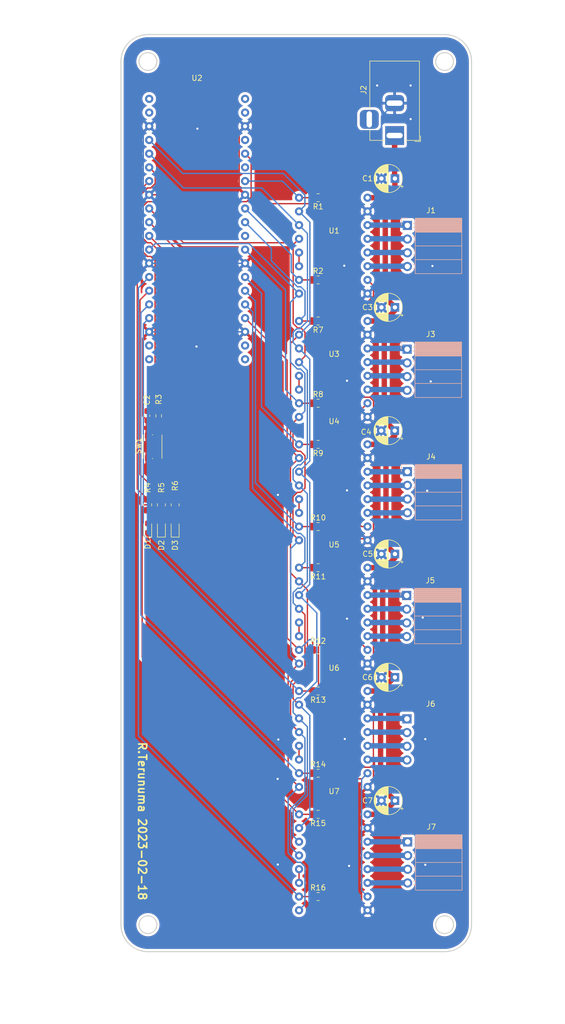
<source format=kicad_pcb>
(kicad_pcb (version 20211014) (generator pcbnew)
  (layers (0 "F.Cu" signal) (31 "B.Cu" signal) (34 "B.Paste" user) (35 "F.Paste" user) (36 "B.SilkS" user "B.Silkscreen") (37 "F.SilkS" user "F.Silkscreen") (38 "B.Mask" user) (39 "F.Mask" user) (44 "Edge.Cuts" user))
  (net 0 "")
  (net 1 "+BATT")
  (net 2 "GND")
  (net 3 "Net-(C2-Pad1)")
  (net 4 "Net-(D1-Pad2)")
  (net 5 "Net-(D2-Pad2)")
  (net 6 "Net-(D3-Pad2)")
  (net 7 "Net-(J1-Pad1)")
  (net 8 "Net-(J1-Pad2)")
  (net 9 "Net-(J1-Pad3)")
  (net 10 "Net-(J1-Pad4)")
  (net 11 "Net-(J3-Pad1)")
  (net 12 "Net-(J3-Pad2)")
  (net 13 "Net-(J3-Pad3)")
  (net 14 "Net-(J3-Pad4)")
  (net 15 "Net-(J4-Pad1)")
  (net 16 "Net-(J4-Pad2)")
  (net 17 "Net-(J4-Pad3)")
  (net 18 "Net-(J4-Pad4)")
  (net 19 "Net-(J5-Pad1)")
  (net 20 "Net-(J5-Pad2)")
  (net 21 "Net-(J5-Pad3)")
  (net 22 "Net-(J5-Pad4)")
  (net 23 "Net-(J6-Pad1)")
  (net 24 "Net-(J6-Pad2)")
  (net 25 "Net-(J6-Pad3)")
  (net 26 "Net-(J6-Pad4)")
  (net 27 "Net-(J7-Pad1)")
  (net 28 "Net-(J7-Pad2)")
  (net 29 "Net-(J7-Pad3)")
  (net 30 "Net-(J7-Pad4)")
  (net 31 "+3.3V")
  (net 32 "/MicroController/ENABLE1")
  (net 33 "/MicroController/PWM1")
  (net 34 "Net-(R4-Pad1)")
  (net 35 "Net-(R5-Pad1)")
  (net 36 "Net-(R6-Pad1)")
  (net 37 "/MicroController/ENABLE2")
  (net 38 "/MicroController/PWM2")
  (net 39 "/MicroController/ENABLE3")
  (net 40 "/MicroController/PMW3")
  (net 41 "/MicroController/ENABLE4")
  (net 42 "/MicroController/PWM4")
  (net 43 "/MicroController/ENABLE5")
  (net 44 "/MicroController/PWM5")
  (net 45 "/MicroController/ENABLE6")
  (net 46 "/MicroController/PWM6")
  (net 47 "/MicroController/MS1")
  (net 48 "/MicroController/MS2")
  (net 49 "/MicroController/MS3")
  (net 50 "Net-(U1-Pad5)")
  (net 51 "/MicroController/DIR")
  (net 63 "Net-(U3-Pad5)")
  (net 64 "Net-(U4-Pad5)")
  (net 65 "Net-(U5-Pad5)")
  (net 66 "Net-(U6-Pad5)")
  (net 67 "Net-(U7-Pad5)")
  (footprint "stepper_music_lib:a4988" (layer "F.Cu") (at 116.84 137.16)
    (fp_text reference "U6")
    (fp_text value "a4988")
  )
  (footprint "Resistor_SMD:R_0805_2012Metric_Pad1.20x1.40mm_HandSolder" (layer "F.Cu") (at 120.38 114.3 180)
    (fp_text reference "R11")
    (fp_text value "10k")
  )
  (footprint "Capacitor_THT:CP_Radial_D5.0mm_P2.50mm" (layer "F.Cu") (at 134.62 157.48 180)
    (fp_text reference "C7")
    (fp_text value "10u")
  )
  (footprint "stepper_music_lib:a4988" (layer "F.Cu") (at 116.84 45.72)
    (fp_text reference "U1")
    (fp_text value "a4988")
  )
  (footprint "Resistor_SMD:R_0603_1608Metric_Pad0.98x0.95mm_HandSolder" (layer "F.Cu") (at 90.818 86.16 90)
    (fp_text reference "R3")
    (fp_text value "10k")
  )
  (footprint "Resistor_SMD:R_0805_2012Metric_Pad1.20x1.40mm_HandSolder" (layer "F.Cu") (at 120.38 152.4)
    (fp_text reference "R14")
    (fp_text value "10k")
  )
  (footprint "Connector_BarrelJack:BarrelJack_Horizontal" (layer "F.Cu") (at 134.5615 34.194 -90)
    (fp_text reference "J2")
    (fp_text value "Barrel_Jack")
  )
  (footprint "stepper_music_lib:a4988" (layer "F.Cu") (at 116.84 160.02)
    (fp_text reference "U7")
    (fp_text value "a4988")
  )
  (footprint "stepper_music_lib:a4988" (layer "F.Cu") (at 116.84 114.3)
    (fp_text reference "U5")
    (fp_text value "a4988")
  )
  (footprint "LED_SMD:LED_0603_1608Metric_Pad1.05x0.95mm_HandSolder" (layer "F.Cu") (at 88.786 106.974 90)
    (fp_text reference "D1")
    (fp_text value "LED")
  )
  (footprint "Resistor_SMD:R_0805_2012Metric_Pad1.20x1.40mm_HandSolder" (layer "F.Cu") (at 93.866 102.654 -90)
    (fp_text reference "R6")
    (fp_text value "1k")
  )
  (footprint "Resistor_SMD:R_0805_2012Metric_Pad1.20x1.40mm_HandSolder" (layer "F.Cu") (at 120.38 106.68)
    (fp_text reference "R10")
    (fp_text value "10k")
  )
  (footprint "Resistor_SMD:R_0805_2012Metric_Pad1.20x1.40mm_HandSolder" (layer "F.Cu") (at 120.38 175.26)
    (fp_text reference "R16")
    (fp_text value "10k")
  )
  (footprint "Button_Switch_SMD:SW_Push_1P1T_NO_Vertical_Wuerth_434133025816" (layer "F.Cu") (at 89.675 91.875 90)
    (fp_text reference "SW1")
    (fp_text value "SKRPACE")
  )
  (footprint "stepper_music_lib:a4988" (layer "F.Cu") (at 116.84 91.44)
    (fp_text reference "U4")
    (fp_text value "a4988")
  )
  (footprint "Capacitor_THT:CP_Radial_D5.0mm_P2.50mm" (layer "F.Cu") (at 134.62 111.76 180)
    (fp_text reference "C5")
    (fp_text value "10u")
  )
  (footprint "Capacitor_THT:CP_Radial_D5.0mm_P2.50mm" (layer "F.Cu") (at 134.62 66.04 180)
    (fp_text reference "C3")
    (fp_text value "10u")
  )
  (footprint "Resistor_SMD:R_0805_2012Metric_Pad1.20x1.40mm_HandSolder" (layer "F.Cu") (at 120.38 160.02 180)
    (fp_text reference "R15")
    (fp_text value "10k")
  )
  (footprint "LED_SMD:LED_0603_1608Metric_Pad1.05x0.95mm_HandSolder" (layer "F.Cu") (at 91.326 106.974 90)
    (fp_text reference "D2")
    (fp_text value "LED")
  )
  (footprint "Resistor_SMD:R_0805_2012Metric_Pad1.20x1.40mm_HandSolder" (layer "F.Cu") (at 120.38 129.54)
    (fp_text reference "R12")
    (fp_text value "10k")
  )
  (footprint "Resistor_SMD:R_0805_2012Metric_Pad1.20x1.40mm_HandSolder" (layer "F.Cu") (at 88.786 102.654 -90)
    (fp_text reference "R4")
    (fp_text value "1k")
  )
  (footprint "Resistor_SMD:R_0805_2012Metric_Pad1.20x1.40mm_HandSolder" (layer "F.Cu") (at 120.38 91.44 180)
    (fp_text reference "R9")
    (fp_text value "10k")
  )
  (footprint "Capacitor_SMD:C_0603_1608Metric_Pad1.08x0.95mm_HandSolder" (layer "F.Cu") (at 88.659 86.1335 -90)
    (fp_text reference "C2")
    (fp_text value "0.1u")
  )
  (footprint "Resistor_SMD:R_0805_2012Metric_Pad1.20x1.40mm_HandSolder" (layer "F.Cu") (at 120.38 83.82)
    (fp_text reference "R8")
    (fp_text value "10k")
  )
  (footprint "Capacitor_THT:CP_Radial_D5.0mm_P2.50mm" (layer "F.Cu") (at 134.62 134.62 180)
    (fp_text reference "C6")
    (fp_text value "10u")
  )
  (footprint "Resistor_SMD:R_0805_2012Metric_Pad1.20x1.40mm_HandSolder" (layer "F.Cu") (at 120.38 60.96)
    (fp_text reference "R2")
    (fp_text value "10k")
  )
  (footprint "Resistor_SMD:R_0805_2012Metric_Pad1.20x1.40mm_HandSolder" (layer "F.Cu") (at 120.38 137.16 180)
    (fp_text reference "R13")
    (fp_text value "10k")
  )
  (footprint "Resistor_SMD:R_0805_2012Metric_Pad1.20x1.40mm_HandSolder" (layer "F.Cu") (at 120.38 68.58 180)
    (fp_text reference "R7")
    (fp_text value "10k")
  )
  (footprint "stepper_music_lib:a4988" (layer "F.Cu") (at 116.84 68.58)
    (fp_text reference "U3")
    (fp_text value "a4988")
  )
  (footprint "Capacitor_THT:CP_Radial_D5.0mm_P2.50mm" (layer "F.Cu") (at 134.58 88.9 180)
    (fp_text reference "C4")
    (fp_text value "10u")
  )
  (footprint "stepper_music_lib:raspberrypi_pico" (layer "F.Cu") (at 89.0604 27.401)
    (fp_text reference "U2")
    (fp_text value "RaspberryPi Pico")
  )
  (footprint "Resistor_SMD:R_0805_2012Metric_Pad1.20x1.40mm_HandSolder" (layer "F.Cu") (at 91.326 102.654 -90)
    (fp_text reference "R5")
    (fp_text value "1k")
  )
  (footprint "Capacitor_THT:CP_Radial_D5.0mm_P2.50mm" (layer "F.Cu") (at 134.62 42.164 180)
    (fp_text reference "C1")
    (fp_text value "10u")
  )
  (footprint "LED_SMD:LED_0603_1608Metric_Pad1.05x0.95mm_HandSolder" (layer "F.Cu") (at 93.866 106.974 90)
    (fp_text reference "D3")
    (fp_text value "LED")
  )
  (footprint "Resistor_SMD:R_0805_2012Metric_Pad1.20x1.40mm_HandSolder" (layer "F.Cu") (at 120.38 45.72 180)
    (fp_text reference "R1")
    (fp_text value "10k")
  )
  (footprint "Connector_PinSocket_2.54mm:PinSocket_1x04_P2.54mm_Horizontal" (layer "B.Cu") (at 136.875 73.8 180)
    (fp_text reference "J3")
    (fp_text value "Conn_01x04_Female")
  )
  (footprint "Connector_PinSocket_2.54mm:PinSocket_1x04_P2.54mm_Horizontal" (layer "B.Cu") (at 136.8 119.45 180)
    (fp_text reference "J5")
    (fp_text value "Conn_01x04_Female")
  )
  (footprint "Connector_PinSocket_2.54mm:PinSocket_1x04_P2.54mm_Horizontal" (layer "B.Cu") (at 136.925 50.85 180)
    (fp_text reference "J1")
    (fp_text value "Conn_01x04_Female")
  )
  (footprint "Connector_PinSocket_2.54mm:PinSocket_1x04_P2.54mm_Horizontal" (layer "B.Cu") (at 136.925 96.5 180)
    (fp_text reference "J4")
    (fp_text value "Conn_01x04_Female")
  )
  (footprint "Connector_PinSocket_2.54mm:PinSocket_1x04_P2.54mm_Horizontal" (layer "B.Cu") (at 136.85 142.325 180)
    (fp_text reference "J6")
    (fp_text value "Conn_01x04_Female")
  )
  (footprint "Connector_PinSocket_2.54mm:PinSocket_1x04_P2.54mm_Horizontal" (layer "B.Cu") (at 136.975 165.125 180)
    (fp_text reference "J7")
    (fp_text value "Conn_01x04_Female")
  )
  (gr_arc (start 148.825 180.475) (mid 147.360534 184.010534) (end 143.825 185.475) (layer "Edge.Cuts") (width 0.2))
  (gr_circle (center 88.825 20.475) (end 90.475 20.475) (layer "Edge.Cuts") (width 0.2) (fill none))
  (gr_circle (center 143.825 180.475) (end 145.475 180.475) (layer "Edge.Cuts") (width 0.2) (fill none))
  (gr_line (start 83.825 20.475) (end 83.825 180.475) (layer "Edge.Cuts") (width 0.2))
  (gr_circle (center 88.825 180.475) (end 90.475 180.475) (layer "Edge.Cuts") (width 0.2) (fill none))
  (gr_arc (start 143.825 15.475) (mid 147.360534 16.939466) (end 148.825 20.475) (layer "Edge.Cuts") (width 0.2))
  (gr_line (start 143.825 15.475) (end 88.825 15.475) (layer "Edge.Cuts") (width 0.2))
  (gr_line (start 88.825 185.475) (end 143.825 185.475) (layer "Edge.Cuts") (width 0.2))
  (gr_arc (start 88.825 185.475) (mid 85.289466 184.010534) (end 83.825 180.475) (layer "Edge.Cuts") (width 0.2))
  (gr_line (start 148.825 180.475) (end 148.825 20.475) (layer "Edge.Cuts") (width 0.2))
  (gr_arc (start 83.825 20.475) (mid 85.289466 16.939466) (end 88.825 15.475) (layer "Edge.Cuts") (width 0.2))
  (gr_circle (center 143.825 20.475) (end 145.475 20.475) (layer "Edge.Cuts") (width 0.2) (fill none))
  (gr_text "R.Terunuma 2023-02-18" (at 87.775 161.275 270) (layer "F.SilkS") (effects (font (size 1.5 1.5) (thickness 0.3))))
  (segment (start 132.35 114.3) (end 132.35 132.725) (width 1) (layer "F.Cu") (net 1))
  (segment (start 134.505 134.62) (end 131.965 137.16) (width 1) (layer "F.Cu") (net 1))
  (segment (start 134.58 89.82) (end 132.96 91.44) (width 1) (layer "F.Cu") (net 1))
  (segment (start 132.83 45.72) (end 129.54 45.72) (width 1) (layer "F.Cu") (net 1))
  (segment (start 134.62 157.48) (end 134.62 157.58) (width 1) (layer "F.Cu") (net 1))
  (segment (start 134.62 112.48) (end 132.8 114.3) (width 1) (layer "F.Cu") (net 1))
  (segment (start 132.96 110.1) (end 134.62 111.76) (width 1) (layer "F.Cu") (net 1))
  (segment (start 134.562 42.1055) (end 134.62 42.164) (width 1) (layer "F.Cu") (net 1))
  (segment (start 132.83 64.25) (end 134.62 66.04) (width 1) (layer "F.Cu") (net 1))
  (segment (start 134.62 66.605) (end 132.645 68.58) (width 1) (layer "F.Cu") (net 1))
  (segment (start 134.62 43.93) (end 132.83 45.72) (width 1) (layer "F.Cu") (net 1))
  (segment (start 132.8 114.3) (end 132.35 114.3) (width 1) (layer "F.Cu") (net 1))
  (segment (start 131.965 137.16) (end 131.965 154.825) (width 1) (layer "F.Cu") (net 1))
  (segment (start 132.96 91.44) (end 129.54 91.44) (width 1) (layer "F.Cu") (net 1))
  (segment (start 132.645 86.965) (end 134.58 88.9) (width 1) (layer "F.Cu") (net 1))
  (segment (start 132.645 68.58) (end 132.645 86.965) (width 1) (layer "F.Cu") (net 1))
  (segment (start 134.62 66.04) (end 134.62 66.605) (width 1) (layer "F.Cu") (net 1))
  (segment (start 131.965 154.825) (end 134.62 157.48) (width 1) (layer "F.Cu") (net 1))
  (segment (start 132.35 132.725) (end 134.245 134.62) (width 1) (layer "F.Cu") (net 1))
  (segment (start 132.645 68.58) (end 129.54 68.58) (width 1) (layer "F.Cu") (net 1))
  (segment (start 132.18 160.02) (end 129.54 160.02) (width 1) (layer "F.Cu") (net 1))
  (segment (start 134.5615 37.7284) (end 134.5615 34.194) (width 1) (layer "F.Cu") (net 1))
  (segment (start 134.62 42.164) (end 134.62 43.93) (width 1) (layer "F.Cu") (net 1))
  (segment (start 131.965 137.16) (end 129.54 137.16) (width 1) (layer "F.Cu") (net 1))
  (segment (start 134.58 88.9) (end 134.58 89.82) (width 1) (layer "F.Cu") (net 1))
  (segment (start 134.245 134.62) (end 134.505 134.62) (width 1) (layer "F.Cu") (net 1))
  (segment (start 134.505 134.62) (end 134.62 134.62) (width 1) (layer "F.Cu") (net 1))
  (segment (start 134.62 157.58) (end 132.18 160.02) (width 1) (layer "F.Cu") (net 1))
  (segment (start 134.562 34.194) (end 134.562 37.7289) (width 1) (layer "F.Cu") (net 1))
  (segment (start 132.83 45.72) (end 132.83 64.25) (width 1) (layer "F.Cu") (net 1))
  (segment (start 134.62 111.76) (end 134.62 112.48) (width 1) (layer "F.Cu") (net 1))
  (segment (start 132.35 114.3) (end 129.54 114.3) (width 1) (layer "F.Cu") (net 1))
  (segment (start 132.96 91.44) (end 132.96 110.1) (width 1) (layer "F.Cu") (net 1))
  (segment (start 134.62 134.62) (end 134.505 134.62) (width 1) (layer "F.Cu") (net 1))
  (segment (start 134.562 37.7289) (end 134.5615 37.7284) (width 1) (layer "F.Cu") (net 1))
  (segment (start 134.562 37.7289) (end 134.562 42.1055) (width 1) (layer "F.Cu") (net 1))
  (segment (start 129.54 108.9367) (end 123.6367 108.9367) (width 0.25) (layer "F.Cu") (net 2))
  (segment (start 127 50.8) (end 129.54 48.26) (width 0.25) (layer "F.Cu") (net 2))
  (segment (start 93.866 107.849) (end 91.326 107.849) (width 0.25) (layer "F.Cu") (net 2))
  (segment (start 87.8516 86.1886) (end 88.659 86.996) (width 0.25) (layer "F.Cu") (net 2))
  (segment (start 105.7509 33.5705) (end 105.7509 44.0915) (width 0.25) (layer "F.Cu") (net 2))
  (segment (start 129.54 154.94) (end 130.6294 153.8506) (width 0.25) (layer "F.Cu") (net 2))
  (segment (start 130.6294 140.7894) (end 129.54 139.7) (width 0.25) (layer "F.Cu") (net 2))
  (segment (start 129.54 132.08) (end 127 129.54) (width 0.25) (layer "F.Cu") (net 2))
  (segment (start 128.4526 175.26) (end 128.4526 176.7126) (width 0.25) (layer "F.Cu") (net 2))
  (segment (start 130.6294 95.0694) (end 130.6294 107.8473) (width 0.25) (layer "F.Cu") (net 2))
  (segment (start 130.6274 72.2074) (end 130.6274 82.0488) (width 0.25) (layer "F.Cu") (net 2))
  (segment (start 88.6 93.95) (end 88.6 94.8003) (width 0.25) (layer "F.Cu") (net 2))
  (segment (start 89.0604 70.581) (end 87.8516 71.7898) (width 0.25) (layer "F.Cu") (net 2))
  (segment (start 127 60.96) (end 129.54 63.5) (width 0.25) (layer "F.Cu") (net 2))
  (segment (start 130.6408 85.2592) (end 130.6408 83.3734) (width 0.25) (layer "F.Cu") (net 2))
  (segment (start 104.6614 45.181) (end 105.7509 44.0915) (width 0.25) (layer "F.Cu") (net 2))
  (segment (start 130.6294 130.9906) (end 130.6294 117.9294) (width 0.25) (layer "F.Cu") (net 2))
  (segment (start 130.6294 151.2887) (end 122.4913 151.2887) (width 0.25) (layer "F.Cu") (net 2))
  (segment (start 130.6294 151.2887) (end 130.6294 140.7894) (width 0.25) (layer "F.Cu") (net 2))
  (segment (start 127 129.54) (end 121.38 129.54) (width 0.25) (layer "F.Cu") (net 2))
  (segment (start 90.2682 107.849) (end 90.2682 96.4685) (width 0.25) (layer "F.Cu") (net 2))
  (segment (start 129.54 93.98) (end 130.6294 95.0694) (width 0.25) (layer "F.Cu") (net 2))
  (segment (start 129.54 132.08) (end 130.6294 130.9906) (width 0.25) (layer "F.Cu") (net 2))
  (segment (start 122.4913 151.2887) (end 121.38 152.4) (width 0.25) (layer "F.Cu") (net 2))
  (segment (start 129.54 162.56) (end 128.4526 163.6474) (width 0.25) (layer "F.Cu") (net 2))
  (segment (start 129.54 109.22) (end 129.54 108.9367) (width 0.25) (layer "F.Cu") (net 2))
  (segment (start 130.6408 83.3734) (end 129.9718 82.7044) (width 0.25) (layer "F.Cu") (net 2))
  (segment (start 91.326 107.849) (end 90.2682 107.849) (width 0.25) (layer "F.Cu") (net 2))
  (segment (start 121.38 175.26) (end 128.4526 175.26) (width 0.25) (layer "F.Cu") (net 2))
  (segment (start 90.2682 96.4685) (end 88.6 94.8003) (width 0.25) (layer "F.Cu") (net 2))
  (segment (start 88.6 89.8) (end 88.6 93.95) (width 0.25) (layer "F.Cu") (net 2))
  (segment (start 130.6294 117.9294) (end 129.54 116.84) (width 0.25) (layer "F.Cu") (net 2))
  (segment (start 129.9718 82.7044) (end 122.4956 82.7044) (width 0.25) (layer "F.Cu") (net 2))
  (segment (start 129.54 86.36) (end 130.6408 85.2592) (width 0.25) (layer "F.Cu") (net 2))
  (segment (start 88.6 88.9497) (end 88.659 88.8907) (width 0.25) (layer "F.Cu") (net 2))
  (segment (start 128.4526 163.6474) (end 128.4526 175.26) (width 0.25) (layer "F.Cu") (net 2))
  (segment (start 122.4956 82.7044) (end 121.38 83.82) (width 0.25) (layer "F.Cu") (net 2))
  (segment (start 129.54 71.12) (end 130.6274 72.2074) (width 0.25) (layer "F.Cu") (net 2))
  (segment (start 88.659 88.8907) (end 88.659 86.996) (width 0.25) (layer "F.Cu") (net 2))
  (segment (start 87.8516 71.7898) (end 87.8516 86.1886) (width 0.25) (layer "F.Cu") (net 2))
  (segment (start 90.2682 107.849) (end 88.786 107.849) (width 0.25) (layer "F.Cu") (net 2))
  (segment (start 130.6294 153.8506) (end 130.6294 151.2887) (width 0.25) (layer "F.Cu") (net 2))
  (segment (start 121.38 60.96) (end 127 60.96) (width 0.25) (layer "F.Cu") (net 2))
  (segment (start 89.0604 45.181) (end 104.6614 45.181) (width 0.25) (layer "F.Cu") (net 2))
  (segment (start 127 60.96) (end 127 50.8) (width 0.25) (layer "F.Cu") (net 2))
  (segment (start 128.4526 176.7126) (end 129.54 177.8) (width 0.25) (layer "F.Cu") (net 2))
  (segment (start 88.6 89.8) (end 88.6 88.9497) (width 0.25) (layer "F.Cu") (net 2))
  (segment (start 130.6294 107.8473) (end 129.54 108.9367) (width 0.25) (layer "F.Cu") (net 2))
  (segment (start 105.7509 44.0915) (end 106.8404 45.181) (width 0.25) (layer "F.Cu") (net 2))
  (segment (start 123.6367 108.9367) (end 121.38 106.68) (width 0.25) (layer "F.Cu") (net 2))
  (segment (start 106.8404 32.481) (end 105.7509 33.5705) (width 0.25) (layer "F.Cu") (net 2))
  (segment (start 130.6274 82.0488) (end 129.9718 82.7044) (width 0.25) (layer "F.Cu") (net 2))
  (via (at 125.725 99.975) (size 0.8) (drill 0.4) (layers "F.Cu" "B.Cu") (net 2))
  (via (at 137.525 24.925) (size 0.8) (drill 0.4) (layers "F.Cu" "B.Cu") (net 2))
  (via (at 125.325 146.05) (size 0.8) (drill 0.4) (layers "F.Cu" "B.Cu") (net 2))
  (via (at 140.25 146.075) (size 0.8) (drill 0.4) (layers "F.Cu" "B.Cu") (net 2))
  (via (at 141.575 58.375) (size 0.8) (drill 0.4) (layers "F.Cu" "B.Cu") (net 2))
  (via (at 112.925 100.8) (size 0.8) (drill 0.4) (layers "F.Cu" "B.Cu") (net 2))
  (via (at 140.25 169.375) (size 0.8) (drill 0.4) (layers "F.Cu" "B.Cu") (net 2))
  (via (at 139.775 123.55) (size 0.8) (drill 0.4) (layers "F.Cu" "B.Cu") (net 2))
  (via (at 131.325 24.925) (size 0.8) (drill 0.4) (layers "F.Cu" "B.Cu") (net 2))
  (via (at 137.525 31.15) (size 0.8) (drill 0.4) (layers "F.Cu" "B.Cu") (net 2))
  (via (at 98 32.925) (size 0.8) (drill 0.4) (layers "F.Cu" "B.Cu") (net 2))
  (via (at 125.225 58.325) (size 0.8) (drill 0.4) (layers "F.Cu" "B.Cu") (net 2))
  (via (at 112.875 153.45) (size 0.8) (drill 0.4) (layers "F.Cu" "B.Cu") (net 2))
  (via (at 126.125 169.575) (size 0.8) (drill 0.4) (layers "F.Cu" "B.Cu") (net 2))
  (via (at 140.6 100.025) (size 0.8) (drill 0.4) (layers "F.Cu" "B.Cu") (net 2))
  (via (at 97.825 73.3) (size 0.8) (drill 0.4) (layers "F.Cu" "B.Cu") (net 2))
  (via (at 113 146.15) (size 0.8) (drill 0.4) (layers "F.Cu" "B.Cu") (net 2))
  (via (at 125.725 123.75) (size 0.8) (drill 0.4) (layers "F.Cu" "B.Cu") (net 2))
  (via (at 112.9 169.325) (size 0.8) (drill 0.4) (layers "F.Cu" "B.Cu") (net 2))
  (via (at 141.25 79.775) (size 0.8) (drill 0.4) (layers "F.Cu" "B.Cu") (net 2))
  (via (at 125.725 79.65) (size 0.8) (drill 0.4) (layers "F.Cu" "B.Cu") (net 2))
  (segment (start 132.08 157.48) (end 129.54 154.94) (width 0.25) (layer "B.Cu") (net 2))
  (segment (start 89.0604 32.481) (end 87.9679 33.5735) (width 0.25) (layer "B.Cu") (net 2))
  (segment (start 129.54 71.12) (end 132.08 68.58) (width 0.25) (layer "B.Cu") (net 2))
  (segment (start 132.12 33.321) (end 107.6804 33.321) (width 0.25) (layer "B.Cu") (net 2))
  (segment (start 132.12 45.68) (end 129.54 48.26) (width 0.25) (layer "B.Cu") (net 2))
  (segment (start 132.08 137.16) (end 129.54 139.7) (width 0.25) (layer "B.Cu") (net 2))
  (segment (start 132.12 66.04) (end 132.08 66.04) (width 0.25) (layer "B.Cu") (net 2))
  (segment (start 132.12 30.6355) (end 132.12 33.321) (width 0.25) (layer "B.Cu") (net 2))
  (segment (start 132.12 111.76) (end 132.08 111.76) (width 0.25) (layer "B.Cu") (net 2))
  (segment (start 132.08 91.44) (end 132.08 88.9) (width 0.25) (layer "B.Cu") (net 2))
  (segment (start 107.6804 33.321) (end 106.8404 32.481) (width 0.25) (layer "B.Cu") (net 2))
  (segment (start 132.12 134.62) (end 132.08 134.62) (width 0.25) (layer "B.Cu") (net 2))
  (segment (start 132.08 114.3) (end 129.54 116.84) (width 0.25) (layer "B.Cu") (net 2))
  (segment (start 87.9679 44.0885) (end 89.0604 45.181) (width 0.25) (layer "B.Cu") (net 2))
  (segment (start 132.08 111.76) (end 129.54 109.22) (width 0.25) (layer "B.Cu") (net 2))
  (segment (start 87.973 46.2684) (end 89.0604 45.181) (width 0.25) (layer "B.Cu") (net 2))
  (segment (start 132.08 68.58) (end 132.08 66.04) (width 0.25) (layer "B.Cu") (net 2))
  (segment (start 97.9504 57.881) (end 89.0604 57.881) (width 0.25) (layer "B.Cu") (net 2))
  (segment (start 132.08 134.62) (end 132.08 137.16) (width 0.25) (layer "B.Cu") (net 2))
  (segment (start 132.08 66.04) (end 129.54 63.5) (width 0.25) (layer "B.Cu") (net 2))
  (segment (start 97.9504 70.581) (end 89.0604 70.581) (width 0.25) (layer "B.Cu") (net 2))
  (segment (start 106.8404 70.581) (end 97.9504 70.581) (width 0.25) (layer "B.Cu") (net 2))
  (segment (start 134.5615 28.194) (end 132.12 30.6355) (width 0.25) (layer "B.Cu") (net 2))
  (segment (start 132.12 42.164) (end 132.12 45.68) (width 0.25) (layer "B.Cu") (net 2))
  (segment (start 132.08 111.76) (end 132.08 114.3) (width 0.25) (layer "B.Cu") (net 2))
  (segment (start 87.973 56.7936) (end 87.973 46.2684) (width 0.25) (layer "B.Cu") (net 2))
  (segment (start 89.0604 57.881) (end 87.973 56.7936) (width 0.25) (layer "B.Cu") (net 2))
  (segment (start 129.54 162.56) (end 132.08 160.02) (width 0.25) (layer "B.Cu") (net 2))
  (segment (start 132.12 33.321) (end 132.12 42.164) (width 0.25) (layer "B.Cu") (net 2))
  (segment (start 129.54 93.98) (end 132.08 91.44) (width 0.25) (layer "B.Cu") (net 2))
  (segment (start 87.9679 33.5735) (end 87.9679 44.0885) (width 0.25) (layer "B.Cu") (net 2))
  (segment (start 132.08 134.62) (end 129.54 132.08) (width 0.25) (layer "B.Cu") (net 2))
  (segment (start 132.08 160.02) (end 132.08 157.48) (width 0.25) (layer "B.Cu") (net 2))
  (segment (start 97.9504 70.581) (end 97.9504 57.881) (width 0.25) (layer "B.Cu") (net 2))
  (segment (start 132.12 157.48) (end 132.08 157.48) (width 0.25) (layer "B.Cu") (net 2))
  (segment (start 132.08 88.9) (end 129.54 86.36) (width 0.25) (layer "B.Cu") (net 2))
  (segment (start 106.8404 57.881) (end 97.9504 57.881) (width 0.25) (layer "B.Cu") (net 2))
  (segment (start 87.4825 55.3407) (end 88.7528 56.611) (width 0.25) (layer "F.Cu") (net 3))
  (segment (start 89.9943 85.271) (end 88.659 85.271) (width 0.25) (layer "F.Cu") (net 3))
  (segment (start 89.0604 40.101) (end 90.1721 41.2127) (width 0.25) (layer "F.Cu") (net 3))
  (segment (start 90.75 93.95) (end 90.75 93.0997) (width 0.25) (layer "F.Cu") (net 3))
  (segment (start 88.7734 43.911) (end 87.4825 45.2019) (width 0.25) (layer "F.Cu") (net 3))
  (segment (start 90.75 89.825) (end 90.75 90.6753) (width 0.25) (layer "F.Cu") (net 3))
  (segment (start 90.1478 85.2475) (end 90.0178 85.2475) (width 0.25) (layer "F.Cu") (net 3))
  (segment (start 89.9943 85.271) (end 89.9943 88.219) (width 0.25) (layer "F.Cu") (net 3))
  (segment (start 89.9943 88.219) (end 90.75 88.9747) (width 0.25) (layer "F.Cu") (net 3))
  (segment (start 89.3632 56.611) (end 90.1478 57.3956) (width 0.25) (layer "F.Cu") (net 3))
  (segment (start 88.7528 56.611) (end 89.3632 56.611) (width 0.25) (layer "F.Cu") (net 3))
  (segment (start 90.1721 43.0891) (end 89.3502 43.911) (width 0.25) (layer "F.Cu") (net 3))
  (segment (start 87.4825 45.2019) (end 87.4825 55.3407) (width 0.25) (layer "F.Cu") (net 3))
  (segment (start 90.75 90.6753) (end 90.75 93.0997) (width 0.25) (layer "F.Cu") (net 3))
  (segment (start 90.75 89.825) (end 90.75 88.9747) (width 0.25) (layer "F.Cu") (net 3))
  (segment (start 89.3502 43.911) (end 88.7734 43.911) (width 0.25) (layer "F.Cu") (net 3))
  (segment (start 90.1478 85.2475) (end 90.818 85.2475) (width 0.25) (layer "F.Cu") (net 3))
  (segment (start 90.0178 85.2475) (end 89.9943 85.271) (width 0.25) (layer "F.Cu") (net 3))
  (segment (start 90.1721 41.2127) (end 90.1721 43.0891) (width 0.25) (layer "F.Cu") (net 3))
  (segment (start 90.1478 57.3956) (end 90.1478 85.2475) (width 0.25) (layer "F.Cu") (net 3))
  (segment (start 88.786 103.654) (end 88.786 106.099) (width 0.25) (layer "F.Cu") (net 4))
  (segment (start 91.326 103.654) (end 91.326 106.099) (width 0.25) (layer "F.Cu") (net 5))
  (segment (start 93.866 106.099) (end 93.866 103.654) (width 0.25) (layer "F.Cu") (net 6))
  (segment (start 136.875 50.8) (end 136.925 50.85) (width 1) (layer "B.Cu") (net 7))
  (segment (start 129.54 50.8) (end 136.875 50.8) (width 1) (layer "B.Cu") (net 7))
  (segment (start 136.875 53.34) (end 136.925 53.39) (width 1) (layer "B.Cu") (net 8))
  (segment (start 129.54 53.34) (end 136.875 53.34) (width 1) (layer "B.Cu") (net 8))
  (segment (start 129.54 55.88) (end 136.875 55.88) (width 1) (layer "B.Cu") (net 9))
  (segment (start 136.875 55.88) (end 136.925 55.93) (width 1) (layer "B.Cu") (net 9))
  (segment (start 129.54 58.42) (end 136.875 58.42) (width 1) (layer "B.Cu") (net 10))
  (segment (start 136.875 58.42) (end 136.925 58.47) (width 1) (layer "B.Cu") (net 10))
  (segment (start 129.54 73.66) (end 136.735 73.66) (width 1) (layer "B.Cu") (net 11))
  (segment (start 136.735 73.66) (end 136.875 73.8) (width 1) (layer "B.Cu") (net 11))
  (segment (start 136.735 76.2) (end 136.875 76.34) (width 1) (layer "B.Cu") (net 12))
  (segment (start 129.54 76.2) (end 136.735 76.2) (width 1) (layer "B.Cu") (net 12))
  (segment (start 129.54 78.74) (end 136.735 78.74) (width 1) (layer "B.Cu") (net 13))
  (segment (start 136.735 78.74) (end 136.875 78.88) (width 1) (layer "B.Cu") (net 13))
  (segment (start 129.54 81.28) (end 136.735 81.28) (width 1) (layer "B.Cu") (net 14))
  (segment (start 136.735 81.28) (end 136.875 81.42) (width 1) (layer "B.Cu") (net 14))
  (segment (start 129.54 96.52) (end 136.905 96.52) (width 1) (layer "B.Cu") (net 15))
  (segment (start 136.905 96.52) (end 136.925 96.5) (width 1) (layer "B.Cu") (net 15))
  (segment (start 129.54 99.06) (end 136.905 99.06) (width 1) (layer "B.Cu") (net 16))
  (segment (start 136.905 99.06) (end 136.925 99.04) (width 1) (layer "B.Cu") (net 16))
  (segment (start 136.905 101.6) (end 136.925 101.58) (width 1) (layer "B.Cu") (net 17))
  (segment (start 129.54 101.6) (end 136.905 101.6) (width 1) (layer "B.Cu") (net 17))
  (segment (start 136.905 104.14) (end 136.925 104.12) (width 1) (layer "B.Cu") (net 18))
  (segment (start 129.54 104.14) (end 136.905 104.14) (width 1) (layer "B.Cu") (net 18))
  (segment (start 136.73 119.38) (end 136.8 119.45) (width 1) (layer "B.Cu") (net 19))
  (segment (start 129.54 119.38) (end 136.73 119.38) (width 1) (layer "B.Cu") (net 19))
  (segment (start 129.54 121.92) (end 136.73 121.92) (width 1) (layer "B.Cu") (net 20))
  (segment (start 136.73 121.92) (end 136.8 121.99) (width 1) (layer "B.Cu") (net 20))
  (segment (start 136.73 124.46) (end 136.8 124.53) (width 1) (layer "B.Cu") (net 21))
  (segment (start 129.54 124.46) (end 136.73 124.46) (width 1) (layer "B.Cu") (net 21))
  (segment (start 136.73 127) (end 136.8 127.07) (width 1) (layer "B.Cu") (net 22))
  (segment (start 129.54 127) (end 136.73 127) (width 1) (layer "B.Cu") (net 22))
  (segment (start 136.765 142.24) (end 136.85 142.325) (width 1) (layer "B.Cu") (net 23))
  (segment (start 129.54 142.24) (end 136.765 142.24) (width 1) (layer "B.Cu") (net 23))
  (segment (start 136.765 144.78) (end 136.85 144.865) (width 1) (layer "B.Cu") (net 24))
  (segment (start 129.54 144.78) (end 136.765 144.78) (width 1) (layer "B.Cu") (net 24))
  (segment (start 129.54 147.32) (end 136.765 147.32) (width 1) (layer "B.Cu") (net 25))
  (segment (start 136.765 147.32) (end 136.85 147.405) (width 1) (layer "B.Cu") (net 25))
  (segment (start 136.765 149.86) (end 136.85 149.945) (width 1) (layer "B.Cu") (net 26))
  (segment (start 129.54 149.86) (end 136.765 149.86) (width 1) (layer "B.Cu") (net 26))
  (segment (start 136.95 165.1) (end 136.975 165.125) (width 1) (layer "B.Cu") (net 27))
  (segment (start 129.54 165.1) (end 136.95 165.1) (width 1) (layer "B.Cu") (net 27))
  (segment (start 136.95 167.64) (end 136.975 167.665) (width 1) (layer "B.Cu") (net 28))
  (segment (start 129.54 167.64) (end 136.95 167.64) (width 1) (layer "B.Cu") (net 28))
  (segment (start 129.54 170.18) (end 136.95 170.18) (width 1) (layer "B.Cu") (net 29))
  (segment (start 136.95 170.18) (end 136.975 170.205) (width 1) (layer "B.Cu") (net 29))
  (segment (start 129.54 172.72) (end 136.95 172.72) (width 1) (layer "B.Cu") (net 30))
  (segment (start 136.95 172.72) (end 136.975 172.745) (width 1) (layer "B.Cu") (net 30))
  (segment (start 120.4536 105.9069) (end 124.066 102.2945) (width 0.25) (layer "F.Cu") (net 31))
  (segment (start 130.6294 63.9633) (end 130.6294 62.0494) (width 0.25) (layer "F.Cu") (net 31))
  (segment (start 120.4425 84.507) (end 120.4425 69.5175) (width 0.25) (layer "F.Cu") (net 31))
  (segment (start 91.6305 56.343) (end 91.6305 86.26) (width 0.25) (layer "F.Cu") (net 31))
  (segment (start 121.38 137.16) (end 120.4536 138.0864) (width 0.25) (layer "F.Cu") (net 31))
  (segment (start 120.4536 113.3736) (end 120.4536 105.9069) (width 0.25) (layer "F.Cu") (net 31))
  (segment (start 121.38 153.4328) (end 128.5072 153.4328) (width 0.25) (layer "F.Cu") (net 31))
  (segment (start 107.1261 46.451) (end 88.7637 46.451) (width 0.25) (layer "F.Cu") (net 31))
  (segment (start 120.794 84.8585) (end 120.4425 84.507) (width 0.25) (layer "F.Cu") (net 31))
  (segment (start 120.4536 138.0864) (end 120.4536 153.1143) (width 0.25) (layer "F.Cu") (net 31))
  (segment (start 121.38 114.3) (end 120.4536 113.3736) (width 0.25) (layer "F.Cu") (net 31))
  (segment (start 130.6294 62.0494) (end 129.54 60.96) (width 0.25) (layer "F.Cu") (net 31))
  (segment (start 121.38 99.6086) (end 121.38 91.44) (width 0.25) (layer "F.Cu") (net 31))
  (segment (start 120.4536 128.826) (end 120.7721 128.5075) (width 0.25) (layer "F.Cu") (net 31))
  (segment (start 121.38 45.72) (end 120.38 46.72) (width 0.25) (layer "F.Cu") (net 31))
  (segment (start 124.066 102.2945) (end 128.4514 106.68) (width 0.25) (layer "F.Cu") (net 31))
  (segment (start 120.7721 153.4328) (end 121.38 153.4328) (width 0.25) (layer "F.Cu") (net 31))
  (segment (start 128.5015 84.8585) (end 129.54 83.82) (width 0.25) (layer "F.Cu") (net 31))
  (segment (start 121.38 84.8585) (end 128.5015 84.8585) (width 0.25) (layer "F.Cu") (net 31))
  (segment (start 120.38 67.58) (end 121.38 68.58) (width 0.25) (layer "F.Cu") (net 31))
  (segment (start 121.38 68.58) (end 126.0127 68.58) (width 0.25) (layer "F.Cu") (net 31))
  (segment (start 91.6305 86.26) (end 90.818 87.0725) (width 0.25) (layer "F.Cu") (net 31))
  (segment (start 121.38 128.5075) (end 128.5075 128.5075) (width 0.25) (layer "F.Cu") (net 31))
  (segment (start 89.3585 54.071) (end 91.6305 56.343) (width 0.25) (layer "F.Cu") (net 31))
  (segment (start 120.38 46.8312) (end 109.1727 46.8312) (width 0.25) (layer "F.Cu") (net 31))
  (segment (start 121.38 128.5075) (end 121.38 114.3) (width 0.25) (layer "F.Cu") (net 31))
  (segment (start 120.7721 128.5075) (end 121.38 128.5075) (width 0.25) (layer "F.Cu") (net 31))
  (segment (start 128.4514 106.68) (end 129.54 106.68) (width 0.25) (layer "F.Cu") (net 31))
  (segment (start 128.5075 128.5075) (end 129.54 129.54) (width 0.25) (layer "F.Cu") (net 31))
  (segment (start 128.5072 153.4328) (end 129.54 152.4) (width 0.25) (layer "F.Cu") (net 31))
  (segment (start 120.4536 136.2336) (end 120.4536 128.826) (width 0.25) (layer "F.Cu") (net 31))
  (segment (start 88.7246 54.071) (end 89.3585 54.071) (width 0.25) (layer "F.Cu") (net 31))
  (segment (start 120.4536 153.1143) (end 120.7721 153.4328) (width 0.25) (layer "F.Cu") (net 31))
  (segment (start 107.9593 38.6799) (end 107.9593 45.6178) (width 0.25) (layer "F.Cu") (net 31))
  (segment (start 121.38 137.16) (end 120.4536 136.2336) (width 0.25) (layer "F.Cu") (net 31))
  (segment (start 124.066 102.2945) (end 121.38 99.6086) (width 0.25) (layer "F.Cu") (net 31))
  (segment (start 121.38 84.8585) (end 121.38 91.44) (width 0.25) (layer "F.Cu") (net 31))
  (segment (start 107.9593 45.6178) (end 107.1261 46.451) (width 0.25) (layer "F.Cu") (net 31))
  (segment (start 126.0127 68.58) (end 130.6294 63.9633) (width 0.25) (layer "F.Cu") (net 31))
  (segment (start 120.4425 69.5175) (end 121.38 68.58) (width 0.25) (layer "F.Cu") (net 31))
  (segment (start 87.9651 47.2496) (end 87.9651 53.3115) (width 0.25) (layer "F.Cu") (net 31))
  (segment (start 121.38 84.8585) (end 120.794 84.8585) (width 0.25) (layer "F.Cu") (net 31))
  (segment (start 120.38 46.8312) (end 120.38 67.58) (width 0.25) (layer "F.Cu") (net 31))
  (segment (start 109.1727 46.8312) (end 107.9593 45.6178) (width 0.25) (layer "F.Cu") (net 31))
  (segment (start 120.38 46.72) (end 120.38 46.8312) (width 0.25) (layer "F.Cu") (net 31))
  (segment (start 87.9651 53.3115) (end 88.7246 54.071) (width 0.25) (layer "F.Cu") (net 31))
  (segment (start 88.7637 46.451) (end 87.9651 47.2496) (width 0.25) (layer "F.Cu") (net 31))
  (segment (start 106.8404 37.561) (end 107.9593 38.6799) (width 0.25) (layer "F.Cu") (net 31))
  (segment (start 121.38 160.02) (end 121.38 153.4328) (width 0.25) (layer "F.Cu") (net 31))
  (segment (start 128.4505 153.4895) (end 129.54 152.4) (width 0.25) (layer "B.Cu") (net 31))
  (segment (start 129.54 175.26) (end 128.4505 174.1705) (width 0.25) (layer "B.Cu") (net 31))
  (segment (start 128.4505 174.1705) (end 128.4505 153.4895) (width 0.25) (layer "B.Cu") (net 31))
  (segment (start 119.38 45.72) (end 116.84 45.72) (width 0.25) (layer "F.Cu") (net 32))
  (segment (start 113.761 42.641) (end 116.84 45.72) (width 0.25) (layer "B.Cu") (net 32))
  (segment (start 106.8404 42.641) (end 113.761 42.641) (width 0.25) (layer "B.Cu") (net 32))
  (segment (start 119.38 60.96) (end 116.84 60.96) (width 0.25) (layer "F.Cu") (net 33))
  (segment (start 115.3874 56.268) (end 115.3874 59.5074) (width 0.25) (layer "B.Cu") (net 33))
  (segment (start 106.8404 47.721) (end 115.3874 56.268) (width 0.25) (layer "B.Cu") (net 33))
  (segment (start 115.3874 59.5074) (end 116.84 60.96) (width 0.25) (layer "B.Cu") (net 33))
  (segment (start 86.8441 99.7121) (end 88.786 101.654) (width 0.25) (layer "F.Cu") (net 34))
  (segment (start 89.0604 42.641) (end 86.8441 44.8573) (width 0.25) (layer "F.Cu") (net 34))
  (segment (start 86.8441 44.8573) (end 86.8441 99.7121) (width 0.25) (layer "F.Cu") (net 34))
  (segment (start 91.326 101.654) (end 92.2635 102.5915) (width 0.25) (layer "F.Cu") (net 35))
  (segment (start 94.5539 102.5915) (end 94.8937 102.2517) (width 0.25) (layer "F.Cu") (net 35))
  (segment (start 92.2635 102.5915) (end 94.5539 102.5915) (width 0.25) (layer "F.Cu") (net 35))
  (segment (start 94.8937 102.2517) (end 94.8937 56.0943) (width 0.25) (layer "F.Cu") (net 35))
  (segment (start 94.8937 56.0943) (end 89.0604 50.261) (width 0.25) (layer "F.Cu") (net 35))
  (segment (start 89.0604 52.801) (end 93.866 57.6066) (width 0.25) (layer "F.Cu") (net 36))
  (segment (start 93.866 57.6066) (end 93.866 101.654) (width 0.25) (layer "F.Cu") (net 36))
  (segment (start 119.38 68.58) (end 116.84 68.58) (width 0.25) (layer "F.Cu") (net 37))
  (segment (start 117.9518 63.0292) (end 117.9518 67.4682) (width 0.25) (layer "B.Cu") (net 37))
  (segment (start 117.1526 62.23) (end 117.9518 63.0292) (width 0.25) (layer "B.Cu") (net 37))
  (segment (start 111.7027 55.1233) (end 111.7027 57.3927) (width 0.25) (layer "B.Cu") (net 37))
  (segment (start 111.7027 57.3927) (end 116.54 62.23) (width 0.25) (layer "B.Cu") (net 37))
  (segment (start 106.8404 50.261) (end 111.7027 55.1233) (width 0.25) (layer "B.Cu") (net 37))
  (segment (start 116.54 62.23) (end 117.1526 62.23) (width 0.25) (layer "B.Cu") (net 37))
  (segment (start 117.9518 67.4682) (end 116.84 68.58) (width 0.25) (layer "B.Cu") (net 37))
  (segment (start 119.38 83.82) (end 116.84 83.82) (width 0.25) (layer "F.Cu") (net 38))
  (segment (start 106.8404 55.341) (end 114.3402 62.8408) (width 0.25) (layer "B.Cu") (net 38))
  (segment (start 114.3402 81.3202) (end 116.84 83.82) (width 0.25) (layer "B.Cu") (net 38))
  (segment (start 114.3402 62.8408) (end 114.3402 81.3202) (width 0.25) (layer "B.Cu") (net 38))
  (segment (start 119.38 91.44) (end 116.84 91.44) (width 0.25) (layer "F.Cu") (net 39))
  (segment (start 109.8685 63.4491) (end 109.8685 84.4685) (width 0.25) (layer "B.Cu") (net 39))
  (segment (start 106.8404 60.421) (end 109.8685 63.4491) (width 0.25) (layer "B.Cu") (net 39))
  (segment (start 109.8685 84.4685) (end 116.84 91.44) (width 0.25) (layer "B.Cu") (net 39))
  (segment (start 119.38 106.68) (end 116.84 106.68) (width 0.25) (layer "F.Cu") (net 40))
  (segment (start 108.7547 64.8753) (end 106.8404 62.961) (width 0.25) (layer "B.Cu") (net 40))
  (segment (start 108.7548 64.8753) (end 108.7547 64.8753) (width 0.25) (layer "B.Cu") (net 40))
  (segment (start 116.84 106.68) (end 108.7548 98.5948) (width 0.25) (layer "B.Cu") (net 40))
  (segment (start 108.7548 98.5948) (end 108.7548 64.8753) (width 0.25) (layer "B.Cu") (net 40))
  (segment (start 119.38 114.3) (end 116.84 114.3) (width 0.25) (layer "F.Cu") (net 41))
  (segment (start 116.5502 107.95) (end 108.2481 99.6479) (width 0.25) (layer "B.Cu") (net 41))
  (segment (start 108.2481 66.9087) (end 106.8404 65.501) (width 0.25) (layer "B.Cu") (net 41))
  (segment (start 116.84 114.3) (end 117.9294 113.2106) (width 0.25) (layer "B.Cu") (net 41))
  (segment (start 117.9294 113.2106) (end 117.9294 108.7609) (width 0.25) (layer "B.Cu") (net 41))
  (segment (start 117.1185 107.95) (end 116.5502 107.95) (width 0.25) (layer "B.Cu") (net 41))
  (segment (start 108.2481 99.6479) (end 108.2481 66.9087) (width 0.25) (layer "B.Cu") (net 41))
  (segment (start 117.9294 108.7609) (end 117.1185 107.95) (width 0.25) (layer "B.Cu") (net 41))
  (segment (start 106.8404 68.041) (end 114.632 75.8326) (width 0.25) (layer "F.Cu") (net 42))
  (segment (start 114.632 75.8326) (end 114.632 127.332) (width 0.25) (layer "F.Cu") (net 42))
  (segment (start 119.38 127.6364) (end 119.38 129.54) (width 0.25) (layer "F.Cu") (net 42))
  (segment (start 114.632 127.332) (end 116.84 129.54) (width 0.25) (layer "F.Cu") (net 42))
  (via (at 119.38 127.6364) (size 0.8) (drill 0.4) (layers "F.Cu" "B.Cu") (net 42))
  (segment (start 116.84 129.54) (end 118.7436 127.6364) (width 0.25) (layer "B.Cu") (net 42))
  (segment (start 118.7436 127.6364) (end 119.38 127.6364) (width 0.25) (layer "B.Cu") (net 42))
  (segment (start 119.38 137.16) (end 116.84 137.16) (width 0.25) (layer "F.Cu") (net 43))
  (segment (start 87.9722 108.2922) (end 87.9722 69.1292) (width 0.25) (layer "B.Cu") (net 43))
  (segment (start 116.84 137.16) (end 87.9722 108.2922) (width 0.25) (layer "B.Cu") (net 43))
  (segment (start 87.9722 69.1292) (end 89.0604 68.041) (width 0.25) (layer "B.Cu") (net 43))
  (segment (start 119.38 152.4) (end 116.84 152.4) (width 0.25) (layer "F.Cu") (net 44))
  (segment (start 87.5219 123.0819) (end 87.5219 67.0395) (width 0.25) (layer "B.Cu") (net 44))
  (segment (start 116.84 152.4) (end 87.5219 123.0819) (width 0.25) (layer "B.Cu") (net 44))
  (segment (start 87.5219 67.0395) (end 89.0604 65.501) (width 0.25) (layer "B.Cu") (net 44))
  (segment (start 88.152 102.654) (end 87.7571 103.0489) (width 0.25) (layer "F.Cu") (net 45))
  (segment (start 89.8179 99.489) (end 89.8179 102.2426) (width 0.25) (layer "F.Cu") (net 45))
  (segment (start 87.3547 97.0258) (end 89.8179 99.489) (width 0.25) (layer "F.Cu") (net 45))
  (segment (start 89.0604 62.961) (end 87.3547 64.6667) (width 0.25) (layer "F.Cu") (net 45))
  (segment (start 89.4065 102.654) (end 88.152 102.654) (width 0.25) (layer "F.Cu") (net 45))
  (segment (start 87.7571 103.0489) (end 87.7571 130.9371) (width 0.25) (layer "F.Cu") (net 45))
  (segment (start 119.38 160.02) (end 116.84 160.02) (width 0.25) (layer "F.Cu") (net 45))
  (segment (start 87.3547 64.6667) (end 87.3547 97.0258) (width 0.25) (layer "F.Cu") (net 45))
  (segment (start 89.8179 102.2426) (end 89.4065 102.654) (width 0.25) (layer "F.Cu") (net 45))
  (segment (start 87.7571 130.9371) (end 116.84 160.02) (width 0.25) (layer "F.Cu") (net 45))
  (segment (start 119.38 175.26) (end 116.84 175.26) (width 0.25) (layer "F.Cu") (net 46))
  (segment (start 87.0674 145.4874) (end 116.84 175.26) (width 0.25) (layer "B.Cu") (net 46))
  (segment (start 89.0604 60.421) (end 87.0674 62.414) (width 0.25) (layer "B.Cu") (net 46))
  (segment (start 87.0674 62.414) (end 87.0674 145.4874) (width 0.25) (layer "B.Cu") (net 46))
  (segment (start 115.7397 138.5997) (end 115.7397 135.9852) (width 0.25) (layer "F.Cu") (net 47))
  (segment (start 115.2582 115.2582) (end 116.84 116.84) (width 0.25) (layer "F.Cu") (net 47))
  (segment (start 115.269 72.691) (end 115.269 92.409) (width 0.25) (layer "F.Cu") (net 47))
  (segment (start 118.392 133.3329) (end 118.392 118.392) (width 0.25) (layer "F.Cu") (net 47))
  (segment (start 116.84 71.12) (end 115.269 72.691) (width 0.25) (layer "F.Cu") (net 47))
  (segment (start 115.7397 135.9852) (end 118.392 133.3329) (width 0.25) (layer "F.Cu") (net 47))
  (segment (start 115.269 92.409) (end 116.84 93.98) (width 0.25) (layer "F.Cu") (net 47))
  (segment (start 118.392 118.392) (end 116.84 116.84) (width 0.25) (layer "F.Cu") (net 47))
  (segment (start 116.84 93.98) (end 115.2582 95.5618) (width 0.25) (layer "F.Cu") (net 47))
  (segment (start 115.2582 95.5618) (end 115.2582 115.2582) (width 0.25) (layer "F.Cu") (net 47))
  (segment (start 116.84 139.7) (end 115.7397 138.5997) (width 0.25) (layer "F.Cu") (net 47))
  (segment (start 117.9294 45.2358) (end 117.9294 47.1706) (width 0.25) (layer "B.Cu") (net 47))
  (segment (start 117.9294 47.1706) (end 116.84 48.26) (width 0.25) (layer "B.Cu") (net 47))
  (segment (start 95.2671 41.2277) (end 113.9213 41.2277) (width 0.25) (layer "B.Cu") (net 47))
  (segment (start 116.84 139.7) (end 118.8375 141.6975) (width 0.25) (layer "B.Cu") (net 47))
  (segment (start 116.84 48.26) (end 118.8529 50.2729) (width 0.25) (layer "B.Cu") (net 47))
  (segment (start 118.8529 69.1071) (end 116.84 71.12) (width 0.25) (layer "B.Cu") (net 47))
  (segment (start 113.9213 41.2277) (end 117.9294 45.2358) (width 0.25) (layer "B.Cu") (net 47))
  (segment (start 118.8375 141.6975) (end 118.8375 160.5625) (width 0.25) (layer "B.Cu") (net 47))
  (segment (start 118.8375 160.5625) (end 116.84 162.56) (width 0.25) (layer "B.Cu") (net 47))
  (segment (start 89.0604 35.021) (end 95.2671 41.2277) (width 0.25) (layer "B.Cu") (net 47))
  (segment (start 118.8529 50.2729) (end 118.8529 69.1071) (width 0.25) (layer "B.Cu") (net 47))
  (segment (start 115.7457 159.1262) (end 115.7457 164.0057) (width 0.25) (layer "B.Cu") (net 48))
  (segment (start 115.7457 164.0057) (end 116.84 165.1) (width 0.25) (layer "B.Cu") (net 48))
  (segment (start 115.7523 72.5723) (end 116.84 73.66) (width 0.25) (layer "B.Cu") (net 48))
  (segment (start 118.3862 143.7862) (end 118.3862 156.4857) (width 0.25) (layer "B.Cu") (net 48))
  (segment (start 120.1361 135.4062) (end 117.1123 138.43) (width 0.25) (layer "B.Cu") (net 48))
  (segment (start 118.4022 52.3622) (end 118.4022 68.5915) (width 0.25) (layer "B.Cu") (net 48))
  (segment (start 115.7405 139.2069) (end 115.7405 141.1405) (width 0.25) (layer "B.Cu") (net 48))
  (segment (start 109.951 43.911) (end 116.84 50.8) (width 0.25) (layer "B.Cu") (net 48))
  (segment (start 89.0604 37.561) (end 95.4104 43.911) (width 0.25) (layer "B.Cu") (net 48))
  (segment (start 115.7405 141.1405) (end 116.84 142.24) (width 0.25) (layer "B.Cu") (net 48))
  (segment (start 118.83 75.65) (end 116.84 73.66) (width 0.25) (layer "B.Cu") (net 48))
  (segment (start 116.3929 70.021) (end 115.7523 70.6616) (width 0.25) (layer "B.Cu") (net 48))
  (segment (start 95.4104 43.911) (end 109.951 43.911) (width 0.25) (layer "B.Cu") (net 48))
  (segment (start 118.83 94.53) (end 118.83 75.65) (width 0.25) (layer "B.Cu") (net 48))
  (segment (start 120.1361 122.6761) (end 120.1361 135.4062) (width 0.25) (layer "B.Cu") (net 48))
  (segment (start 115.7523 70.6616) (end 115.7523 72.5723) (width 0.25) (layer "B.Cu") (net 48))
  (segment (start 116.5174 138.43) (end 115.7405 139.2069) (width 0.25) (layer "B.Cu") (net 48))
  (segment (start 116.84 50.8) (end 118.4022 52.3622) (width 0.25) (layer "B.Cu") (net 48))
  (segment (start 116.9727 70.021) (end 116.3929 70.021) (width 0.25) (layer "B.Cu") (net 48))
  (segment (start 118.83 98.51) (end 116.84 96.52) (width 0.25) (layer "B.Cu") (net 48))
  (segment (start 116.84 119.38) (end 118.83 117.39) (width 0.25) (layer "B.Cu") (net 48))
  (segment (start 116.84 119.38) (end 120.1361 122.6761) (width 0.25) (layer "B.Cu") (net 48))
  (segment (start 116.84 96.52) (end 118.83 94.53) (width 0.25) (layer "B.Cu") (net 48))
  (segment (start 116.84 142.24) (end 118.3862 143.7862) (width 0.25) (layer "B.Cu") (net 48))
  (segment (start 117.1123 138.43) (end 116.5174 138.43) (width 0.25) (layer "B.Cu") (net 48))
  (segment (start 118.4022 68.5915) (end 116.9727 70.021) (width 0.25) (layer "B.Cu") (net 48))
  (segment (start 118.3862 156.4857) (end 115.7457 159.1262) (width 0.25) (layer "B.Cu") (net 48))
  (segment (start 118.83 117.39) (end 118.83 98.51) (width 0.25) (layer "B.Cu") (net 48))
  (segment (start 95.4104 54.071) (end 115.3962 54.071) (width 0.25) (layer "F.Cu") (net 49))
  (segment (start 115.7526 54.4274) (end 115.7526 69.0394) (width 0.25) (layer "F.Cu") (net 49))
  (segment (start 116.84 121.92) (end 117.9416 123.0216) (width 0.25) (layer "F.Cu") (net 49))
  (segment (start 116.5632 69.85) (end 117.1601 69.85) (width 0.25) (layer "F.Cu") (net 49))
  (segment (start 115.2762 143.2162) (end 116.84 144.78) (width 0.25) (layer "F.Cu") (net 49))
  (segment (start 117.9387 70.6286) (end 117.9387 75.1013) (width 0.25) (layer "F.Cu") (net 49))
  (segment (start 115.2762 135.5483) (end 115.2762 143.2162) (width 0.25) (layer "F.Cu") (net 49))
  (segment (start 117.9387 75.1013) (end 116.84 76.2) (width 0.25) (layer "F.Cu") (net 49))
  (segment (start 116.84 53.34) (end 115.7526 54.4274) (width 0.25) (layer "F.Cu") (net 49))
  (segment (start 117.1601 69.85) (end 117.9387 70.6286) (width 0.25) (layer "F.Cu") (net 49))
  (segment (start 115.3962 54.071) (end 115.7526 54.4274) (width 0.25) (layer "F.Cu") (net 49))
  (segment (start 117.9416 132.8829) (end 115.2762 135.5483) (width 0.25) (layer "F.Cu") (net 49))
  (segment (start 89.0604 47.721) (end 95.4104 54.071) (width 0.25) (layer "F.Cu") (net 49))
  (segment (start 115.7526 69.0394) (end 116.5632 69.85) (width 0.25) (layer "F.Cu") (net 49))
  (segment (start 117.9416 123.0216) (end 117.9416 132.8829) (width 0.25) (layer "F.Cu") (net 49))
  (segment (start 118.3797 93.9826) (end 118.3797 77.7397) (width 0.25) (layer "B.Cu") (net 49))
  (segment (start 117.9359 145.8759) (end 116.84 144.78) (width 0.25) (layer "B.Cu") (net 49))
  (segment (start 117.9359 156.2991) (end 117.9359 145.8759) (width 0.25) (layer "B.Cu") (net 49))
  (segment (start 115.7354 97.9554) (end 115.7354 96.0859) (width 0.25) (layer "B.Cu") (net 49))
  (segment (start 118.3797 100.5997) (end 116.84 99.06) (width 0.25) (layer "B.Cu") (net 49))
  (segment (start 117.1079 118.11) (end 118.3797 116.8382) (width 0.25) (layer "B.Cu") (net 49))
  (segment (start 117.1123 95.25) (end 118.3797 93.9826) (width 0.25) (layer "B.Cu") (net 49))
  (segment (start 115.7505 120.8305) (end 115.7505 118.9209) (width 0.25) (layer "B.Cu") (net 49))
  (segment (start 116.84 167.64) (end 115.2887 166.0887) (width 0.25) (layer "B.Cu") (net 49))
  (segment (start 115.2887 166.0887) (end 115.2887 158.9463) (width 0.25) (layer "B.Cu") (net 49))
  (segment (start 116.5614 118.11) (end 117.1079 118.11) (width 0.25) (layer "B.Cu") (net 49))
  (segment (start 115.2887 158.9463) (end 117.9359 156.2991) (width 0.25) (layer "B.Cu") (net 49))
  (segment (start 116.5713 95.25) (end 117.1123 95.25) (width 0.25) (layer "B.Cu") (net 49))
  (segment (start 118.3797 116.8382) (end 118.3797 100.5997) (width 0.25) (layer "B.Cu") (net 49))
  (segment (start 118.3797 77.7397) (end 116.84 76.2) (width 0.25) (layer "B.Cu") (net 49))
  (segment (start 116.84 99.06) (end 115.7354 97.9554) (width 0.25) (layer "B.Cu") (net 49))
  (segment (start 115.7354 96.0859) (end 116.5713 95.25) (width 0.25) (layer "B.Cu") (net 49))
  (segment (start 116.84 121.92) (end 115.7505 120.8305) (width 0.25) (layer "B.Cu") (net 49))
  (segment (start 115.7505 118.9209) (end 116.5614 118.11) (width 0.25) (layer "B.Cu") (net 49))
  (segment (start 116.84 58.42) (end 116.84 55.88) (width 0.25) (layer "F.Cu") (net 50))
  (segment (start 116.538 100.33) (end 117.1459 100.33) (width 0.25) (layer "F.Cu") (net 51))
  (segment (start 117.1169 92.71) (end 116.5553 92.71) (width 0.25) (layer "F.Cu") (net 51))
  (segment (start 116.5553 92.71) (end 115.7193 91.874) (width 0.25) (layer "F.Cu") (net 51))
  (segment (start 117.9452 99.5307) (end 117.9452 93.5383) (width 0.25) (layer "F.Cu") (net 51))
  (segment (start 115.7193 87.4807) (end 116.84 86.36) (width 0.25) (layer "F.Cu") (net 51))
  (segment (start 115.7193 108.0993) (end 115.7193 101.1487) (width 0.25) (layer "F.Cu") (net 51))
  (segment (start 116.84 132.08) (end 114.8228 134.0972) (width 0.25) (layer "F.Cu") (net 51))
  (segment (start 117.9452 93.5383) (end 117.1169 92.71) (width 0.25) (layer "F.Cu") (net 51))
  (segment (start 117.1459 100.33) (end 117.9452 99.5307) (width 0.25) (layer "F.Cu") (net 51))
  (segment (start 116.84 109.22) (end 115.7193 108.0993) (width 0.25) (layer "F.Cu") (net 51))
  (segment (start 115.7193 101.1487) (end 116.538 100.33) (width 0.25) (layer "F.Cu") (net 51))
  (segment (start 115.7193 91.874) (end 115.7193 87.4807) (width 0.25) (layer "F.Cu") (net 51))
  (segment (start 114.8228 134.0972) (end 114.8228 152.9228) (width 0.25) (layer "F.Cu") (net 51))
  (segment (start 114.8228 152.9228) (end 116.84 154.94) (width 0.25) (layer "F.Cu") (net 51))
  (segment (start 117.1343 168.91) (end 117.9306 169.7063) (width 0.25) (layer "B.Cu") (net 51))
  (segment (start 116.5241 77.47) (end 117.1125 77.47) (width 0.25) (layer "B.Cu") (net 51))
  (segment (start 115.2478 65.0922) (end 115.2478 76.1937) (width 0.25) (layer "B.Cu") (net 51))
  (segment (start 117.9294 78.2869) (end 117.9294 85.2706) (width 0.25) (layer "B.Cu") (net 51))
  (segment (start 117.9306 176.7094) (end 116.84 177.8) (width 0.25) (layer "B.Cu") (net 51))
  (segment (start 107.5764 54.2364) (end 116.84 63.5) (width 0.25) (layer "B.Cu") (net 51))
  (segment (start 117.1125 77.47) (end 117.9294 78.2869) (width 0.25) (layer "B.Cu") (net 51))
  (segment (start 115.2478 76.1937) (end 116.5241 77.47) (width 0.25) (layer "B.Cu") (net 51))
  (segment (start 116.84 154.94) (end 114.8263 156.9537) (width 0.25) (layer "B.Cu") (net 51))
  (segment (start 115.3002 110.7598) (end 115.3002 130.5402) (width 0.25) (layer "B.Cu") (net 51))
  (segment (start 89.0604 55.341) (end 90.165 54.2364) (width 0.25) (layer "B.Cu") (net 51))
  (segment (start 114.8263 167.2189) (end 116.5174 168.91) (width 0.25) (layer "B.Cu") (net 51))
  (segment (start 116.84 109.22) (end 115.3002 110.7598) (width 0.25) (layer "B.Cu") (net 51))
  (segment (start 116.84 63.5) (end 115.2478 65.0922) (width 0.25) (layer "B.Cu") (net 51))
  (segment (start 115.3002 130.5402) (end 116.84 132.08) (width 0.25) (layer "B.Cu") (net 51))
  (segment (start 117.9294 85.2706) (end 116.84 86.36) (width 0.25) (layer "B.Cu") (net 51))
  (segment (start 116.5174 168.91) (end 117.1343 168.91) (width 0.25) (layer "B.Cu") (net 51))
  (segment (start 117.9306 169.7063) (end 117.9306 176.7094) (width 0.25) (layer "B.Cu") (net 51))
  (segment (start 114.8263 156.9537) (end 114.8263 167.2189) (width 0.25) (layer "B.Cu") (net 51))
  (segment (start 90.165 54.2364) (end 107.5764 54.2364) (width 0.25) (layer "B.Cu") (net 51))
  (segment (start 116.84 81.28) (end 116.84 78.74) (width 0.25) (layer "F.Cu") (net 63))
  (segment (start 116.84 104.14) (end 116.84 101.6) (width 0.25) (layer "F.Cu") (net 64))
  (segment (start 116.84 127) (end 116.84 124.46) (width 0.25) (layer "F.Cu") (net 65))
  (segment (start 116.84 149.86) (end 116.84 147.32) (width 0.25) (layer "F.Cu") (net 66))
  (segment (start 116.84 172.72) (end 116.84 170.18) (width 0.25) (layer "F.Cu") (net 67))
  (zone (net 2) (net_name "GND") (layer "F.Cu") (connect_pads (clearance 0.508)) (min_thickness 0.254) (fill yes (thermal_gap 0.508) (thermal_bridge_width 0.508))
    (polygon (pts (xy 161.65 190.775) (xy 64.075 194.325) (xy 66.6 10.7) (xy 162.325 9.65)))
  )
  (zone (net 2) (net_name "GND") (layer "B.Cu") (connect_pads (clearance 0.508)) (min_thickness 0.254) (fill yes (thermal_gap 0.508) (thermal_bridge_width 0.508))
    (polygon (pts (xy 165.75 9.825) (xy 166.15 198.9) (xy 61.4 198.35) (xy 65.025 9.075)))
  )
)
</source>
